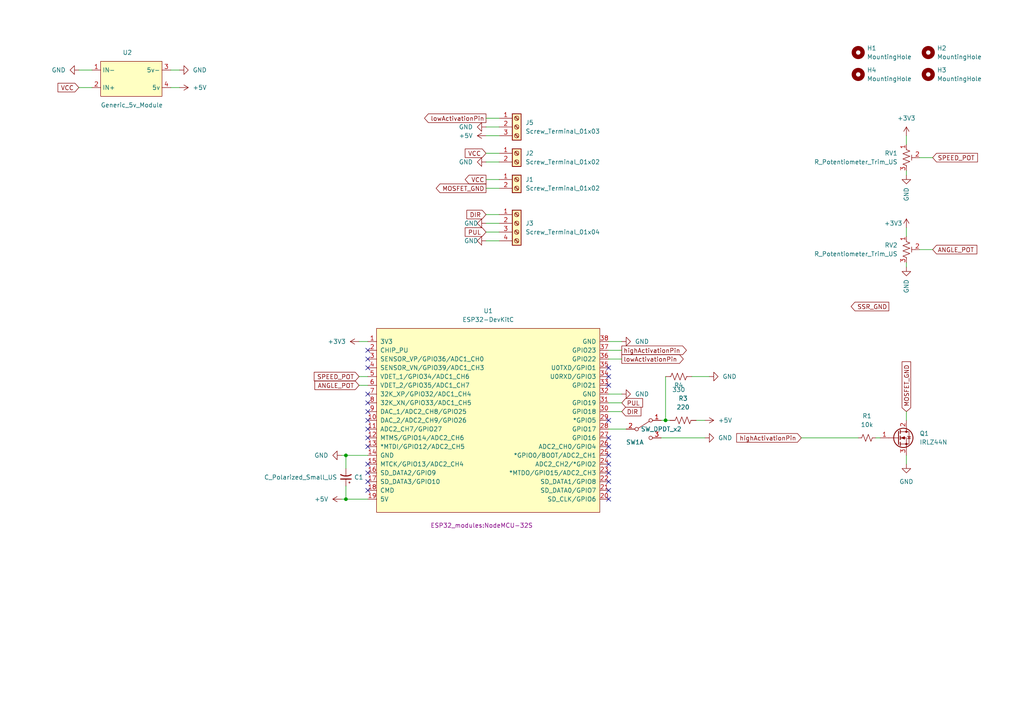
<source format=kicad_sch>
(kicad_sch (version 20211123) (generator eeschema)
  (paper "A4")
  (title_block (title "ESP32 Turning Target System") (date "2022-06-23") (rev "6") (company "Scott Dial") (comment 1 "Use in conjunction with Bullseye Match from the App Store."))
  (lib_symbols
    (symbol "Connector:Screw_Terminal_01x02" (pin_names (offset 1.016) hide)
      (property "Reference" "J" (at 0 2.54 0))
      (property "Value" "Screw_Terminal_01x02" (at 0 -5.08 0))
      (symbol "Screw_Terminal_01x02_1_1"
        (rectangle (start -1.27 1.27) (end 1.27 -3.81) (stroke (width 0.254)) (fill (type background)))
        (circle (center 0 -2.54) (radius 0.635) (stroke (width 0.1524)))
        (polyline (pts (xy -0.5334 -2.2098) (xy 0.3302 -3.048)) (stroke (width 0.1524)))
        (polyline (pts (xy -0.5334 0.3302) (xy 0.3302 -0.508)) (stroke (width 0.1524)))
        (polyline (pts (xy -0.3556 -2.032) (xy 0.508 -2.8702)) (stroke (width 0.1524)))
        (polyline (pts (xy -0.3556 0.508) (xy 0.508 -0.3302)) (stroke (width 0.1524)))
        (circle (center 0 0) (radius 0.635) (stroke (width 0.1524)))
        (pin passive line (at -5.08 0 0) (length 3.81) (name "Pin_1") (number "1"))
        (pin passive line (at -5.08 -2.54 0) (length 3.81) (name "Pin_2") (number "2"))
      )
    )
    (symbol "Connector:Screw_Terminal_01x03" (pin_names (offset 1.016) hide)
      (property "Reference" "J" (at 0 5.08 0))
      (property "Value" "Screw_Terminal_01x03" (at 0 -5.08 0))
      (symbol "Screw_Terminal_01x03_1_1"
        (rectangle (start -1.27 3.81) (end 1.27 -3.81) (stroke (width 0.254)) (fill (type background)))
        (circle (center 0 -2.54) (radius 0.635) (stroke (width 0.1524)))
        (polyline (pts (xy -0.5334 -2.2098) (xy 0.3302 -3.048)) (stroke (width 0.1524)))
        (polyline (pts (xy -0.5334 0.3302) (xy 0.3302 -0.508)) (stroke (width 0.1524)))
        (polyline (pts (xy -0.5334 2.8702) (xy 0.3302 2.032)) (stroke (width 0.1524)))
        (polyline (pts (xy -0.3556 -2.032) (xy 0.508 -2.8702)) (stroke (width 0.1524)))
        (polyline (pts (xy -0.3556 0.508) (xy 0.508 -0.3302)) (stroke (width 0.1524)))
        (polyline (pts (xy -0.3556 3.048) (xy 0.508 2.2098)) (stroke (width 0.1524)))
        (circle (center 0 0) (radius 0.635) (stroke (width 0.1524)))
        (circle (center 0 2.54) (radius 0.635) (stroke (width 0.1524)))
        (pin passive line (at -5.08 2.54 0) (length 3.81) (name "Pin_1") (number "1"))
        (pin passive line (at -5.08 0 0) (length 3.81) (name "Pin_2") (number "2"))
        (pin passive line (at -5.08 -2.54 0) (length 3.81) (name "Pin_3") (number "3"))
      )
    )
    (symbol "Connector:Screw_Terminal_01x04" (pin_names (offset 1.016) hide)
      (property "Reference" "J" (at 0 5.08 0))
      (property "Value" "Screw_Terminal_01x04" (at 0 -7.62 0))
      (symbol "Screw_Terminal_01x04_1_1"
        (rectangle (start -1.27 3.81) (end 1.27 -6.35) (stroke (width 0.254)) (fill (type background)))
        (circle (center 0 -5.08) (radius 0.635) (stroke (width 0.1524)))
        (circle (center 0 -2.54) (radius 0.635) (stroke (width 0.1524)))
        (polyline (pts (xy -0.5334 -4.7498) (xy 0.3302 -5.588)) (stroke (width 0.1524)))
        (polyline (pts (xy -0.5334 -2.2098) (xy 0.3302 -3.048)) (stroke (width 0.1524)))
        (polyline (pts (xy -0.5334 0.3302) (xy 0.3302 -0.508)) (stroke (width 0.1524)))
        (polyline (pts (xy -0.5334 2.8702) (xy 0.3302 2.032)) (stroke (width 0.1524)))
        (polyline (pts (xy -0.3556 -4.572) (xy 0.508 -5.4102)) (stroke (width 0.1524)))
        (polyline (pts (xy -0.3556 -2.032) (xy 0.508 -2.8702)) (stroke (width 0.1524)))
        (polyline (pts (xy -0.3556 0.508) (xy 0.508 -0.3302)) (stroke (width 0.1524)))
        (polyline (pts (xy -0.3556 3.048) (xy 0.508 2.2098)) (stroke (width 0.1524)))
        (circle (center 0 0) (radius 0.635) (stroke (width 0.1524)))
        (circle (center 0 2.54) (radius 0.635) (stroke (width 0.1524)))
        (pin passive line (at -5.08 2.54 0) (length 3.81) (name "Pin_1") (number "1"))
        (pin passive line (at -5.08 0 0) (length 3.81) (name "Pin_2") (number "2"))
        (pin passive line (at -5.08 -2.54 0) (length 3.81) (name "Pin_3") (number "3"))
        (pin passive line (at -5.08 -5.08 0) (length 3.81) (name "Pin_4") (number "4"))
      )
    )
    (symbol "Converter_DCDC:Generic_5v_Module"
      (property "Reference" "U" (at 0 -12.7 0))
      (property "Value" "Generic_5v_Module" (at 0 7.62 0))
      (symbol "Generic_5v_Module_0_1"
        (rectangle (start 0 0) (end 17.78 -10.16) (fill (type background)))
        (rectangle (start 2.54 -2.54) (end 2.54 -2.54))
      )
      (symbol "Generic_5v_Module_1_1"
        (pin input line (at -2.54 -2.54 0) (length 2.54) (name "IN-") (number "1"))
        (pin input line (at -2.54 -7.62 0) (length 2.54) (name "IN+") (number "2"))
        (pin output line (at 20.32 -2.54 180) (length 2.54) (name "5v-") (number "3"))
        (pin output line (at 20.32 -7.62 180) (length 2.54) (name "5v") (number "4"))
      )
    )
    (symbol "Device:C_Polarized_Small_US" (pin_numbers hide) (pin_names (offset 0.254) hide)
      (property "Reference" "C" (at 0.254 1.778 0))
      (property "Value" "C_Polarized_Small_US" (at 0.254 -2.032 0))
      (symbol "C_Polarized_Small_US_0_1"
        (polyline (pts (xy -1.524 0.508) (xy 1.524 0.508)) (stroke (width 0.3048)))
        (polyline (pts (xy -1.27 1.524) (xy -0.762 1.524)))
        (polyline (pts (xy -1.016 1.27) (xy -1.016 1.778)))
        (arc (start 1.524 -0.762) (mid 0 -0.3734) (end -1.524 -0.762) (stroke (width 0.3048)))
      )
      (symbol "C_Polarized_Small_US_1_1"
        (pin passive line (at 0 2.54 270) (length 2.032) (name "~") (number "1"))
        (pin passive line (at 0 -2.54 90) (length 2.032) (name "~") (number "2"))
      )
    )
    (symbol "Device:R_Potentiometer_Trim_US" (pin_names (offset 1.016) hide)
      (property "Reference" "RV" (at -4.445 0 90))
      (property "Value" "R_Potentiometer_Trim_US" (at -2.54 0 90))
      (symbol "R_Potentiometer_Trim_US_0_1"
        (polyline (pts (xy 0 -2.286) (xy 0 -2.54)))
        (polyline (pts (xy 0 2.286) (xy 0 2.54)))
        (polyline (pts (xy 1.524 0.762) (xy 1.524 -0.762)))
        (polyline (pts (xy 2.54 0) (xy 1.524 0)))
        (polyline (pts (xy 0 -0.762) (xy 1.016 -1.143) (xy 0 -1.524) (xy -1.016 -1.905) (xy 0 -2.286)))
        (polyline (pts (xy 0 0.762) (xy 1.016 0.381) (xy 0 0) (xy -1.016 -0.381) (xy 0 -0.762)))
        (polyline (pts (xy 0 2.286) (xy 1.016 1.905) (xy 0 1.524) (xy -1.016 1.143) (xy 0 0.762)))
      )
      (symbol "R_Potentiometer_Trim_US_1_1"
        (pin passive line (at 0 3.81 270) (length 1.27) (name "1") (number "1"))
        (pin passive line (at 3.81 0 180) (length 1.27) (name "2") (number "2"))
        (pin passive line (at 0 -3.81 90) (length 1.27) (name "3") (number "3"))
      )
    )
    (symbol "Device:R_Small_US" (pin_numbers hide) (pin_names (offset 0.254) hide)
      (property "Reference" "R" (at 0.762 0.508 0))
      (property "Value" "R_Small_US" (at 0.762 -1.016 0))
      (symbol "R_Small_US_1_1"
        (polyline (pts (xy 0 0) (xy 1.016 -0.381) (xy 0 -0.762) (xy -1.016 -1.143) (xy 0 -1.524)))
        (polyline (pts (xy 0 1.524) (xy 1.016 1.143) (xy 0 0.762) (xy -1.016 0.381) (xy 0 0)))
        (pin passive line (at 0 2.54 270) (length 1.016) (name "~") (number "1"))
        (pin passive line (at 0 -2.54 90) (length 1.016) (name "~") (number "2"))
      )
    )
    (symbol "Device:R_US" (pin_numbers hide) (pin_names (offset 0))
      (property "Reference" "R" (at 2.54 0 90))
      (property "Value" "R_US" (at -2.54 0 90))
      (symbol "R_US_0_1"
        (polyline (pts (xy 0 -2.286) (xy 0 -2.54)))
        (polyline (pts (xy 0 2.286) (xy 0 2.54)))
        (polyline (pts (xy 0 -0.762) (xy 1.016 -1.143) (xy 0 -1.524) (xy -1.016 -1.905) (xy 0 -2.286)))
        (polyline (pts (xy 0 0.762) (xy 1.016 0.381) (xy 0 0) (xy -1.016 -0.381) (xy 0 -0.762)))
        (polyline (pts (xy 0 2.286) (xy 1.016 1.905) (xy 0 1.524) (xy -1.016 1.143) (xy 0 0.762)))
      )
      (symbol "R_US_1_1"
        (pin passive line (at 0 3.81 270) (length 1.27) (name "~") (number "1"))
        (pin passive line (at 0 -3.81 90) (length 1.27) (name "~") (number "2"))
      )
    )
    (symbol "Espressif:ESP32-DevKitC" (pin_names (offset 1.016))
      (property "Reference" "U" (at -8.89 26.67 0))
      (property "Value" "ESP32-DevKitC" (at 0 -29.21 0))
      (symbol "ESP32-DevKitC_0_0"
        (pin power_in line (at -33.02 -11.43 0) (length 2.54) (name "GND") (number "14"))
        (pin power_in line (at -33.02 -24.13 0) (length 2.54) (name "5V") (number "19"))
      )
      (symbol "ESP32-DevKitC_0_1"
        (rectangle (start -30.48 25.4) (end 34.29 -27.94) (fill (type background)))
      )
      (symbol "ESP32-DevKitC_1_1"
        (pin power_in line (at -33.02 21.59 0) (length 2.54) (name "3V3") (number "1"))
        (pin bidirectional line (at -33.02 -1.27 0) (length 2.54) (name "DAC_2/ADC2_CH9/GPIO26") (number "10"))
        (pin bidirectional line (at -33.02 -3.81 0) (length 2.54) (name "ADC2_CH7/GPIO27") (number "11"))
        (pin bidirectional line (at -33.02 -6.35 0) (length 2.54) (name "MTMS/GPIO14/ADC2_CH6") (number "12"))
        (pin bidirectional line (at -33.02 -8.89 0) (length 2.54) (name "*MTDI/GPIO12/ADC2_CH5") (number "13"))
        (pin bidirectional line (at -33.02 -13.97 0) (length 2.54) (name "MTCK/GPIO13/ADC2_CH4") (number "15"))
        (pin bidirectional line (at -33.02 -16.51 0) (length 2.54) (name "SD_DATA2/GPIO9") (number "16"))
        (pin bidirectional line (at -33.02 -19.05 0) (length 2.54) (name "SD_DATA3/GPIO10") (number "17"))
        (pin bidirectional line (at -33.02 -21.59 0) (length 2.54) (name "CMD") (number "18"))
        (pin input line (at -33.02 19.05 0) (length 2.54) (name "CHIP_PU") (number "2"))
        (pin bidirectional line (at 36.83 -24.13 180) (length 2.54) (name "SD_CLK/GPIO6") (number "20"))
        (pin bidirectional line (at 36.83 -21.59 180) (length 2.54) (name "SD_DATA0/GPIO7") (number "21"))
        (pin bidirectional line (at 36.83 -19.05 180) (length 2.54) (name "SD_DATA1/GPIO8") (number "22"))
        (pin bidirectional line (at 36.83 -16.51 180) (length 2.54) (name "*MTDO/GPIO15/ADC2_CH3") (number "23"))
        (pin bidirectional line (at 36.83 -13.97 180) (length 2.54) (name "ADC2_CH2/*GPIO2") (number "24"))
        (pin bidirectional line (at 36.83 -11.43 180) (length 2.54) (name "*GPIO0/BOOT/ADC2_CH1") (number "25"))
        (pin bidirectional line (at 36.83 -8.89 180) (length 2.54) (name "ADC2_CH0/GPIO4") (number "26"))
        (pin bidirectional line (at 36.83 -6.35 180) (length 2.54) (name "GPIO16") (number "27"))
        (pin bidirectional line (at 36.83 -3.81 180) (length 2.54) (name "GPIO17") (number "28"))
        (pin bidirectional line (at 36.83 -1.27 180) (length 2.54) (name "*GPIO5") (number "29"))
        (pin input line (at -33.02 16.51 0) (length 2.54) (name "SENSOR_VP/GPIO36/ADC1_CH0") (number "3"))
        (pin bidirectional line (at 36.83 1.27 180) (length 2.54) (name "GPIO18") (number "30"))
        (pin bidirectional line (at 36.83 3.81 180) (length 2.54) (name "GPIO19") (number "31"))
        (pin power_in line (at 36.83 6.35 180) (length 2.54) (name "GND") (number "32"))
        (pin bidirectional line (at 36.83 8.89 180) (length 2.54) (name "GPIO21") (number "33"))
        (pin bidirectional line (at 36.83 11.43 180) (length 2.54) (name "U0RXD/GPIO3") (number "34"))
        (pin bidirectional line (at 36.83 13.97 180) (length 2.54) (name "U0TXD/GPIO1") (number "35"))
        (pin bidirectional line (at 36.83 16.51 180) (length 2.54) (name "GPIO22") (number "36"))
        (pin bidirectional line (at 36.83 19.05 180) (length 2.54) (name "GPIO23") (number "37"))
        (pin power_in line (at 36.83 21.59 180) (length 2.54) (name "GND") (number "38"))
        (pin input line (at -33.02 13.97 0) (length 2.54) (name "SENSOR_VN/GPIO39/ADC1_CH3") (number "4"))
        (pin input line (at -33.02 11.43 0) (length 2.54) (name "VDET_1/GPIO34/ADC1_CH6") (number "5"))
        (pin input line (at -33.02 8.89 0) (length 2.54) (name "VDET_2/GPIO35/ADC1_CH7") (number "6"))
        (pin bidirectional line (at -33.02 6.35 0) (length 2.54) (name "32K_XP/GPIO32/ADC1_CH4") (number "7"))
        (pin bidirectional line (at -33.02 3.81 0) (length 2.54) (name "32K_XN/GPIO33/ADC1_CH5") (number "8"))
        (pin bidirectional line (at -33.02 1.27 0) (length 2.54) (name "DAC_1/ADC2_CH8/GPIO25") (number "9"))
      )
    )
    (symbol "Mechanical:MountingHole" (pin_names (offset 1.016))
      (property "Reference" "H" (at 0 5.08 0))
      (property "Value" "MountingHole" (at 0 3.175 0))
      (symbol "MountingHole_0_1"
        (circle (center 0 0) (radius 1.27) (stroke (width 1.27)))
      )
    )
    (symbol "Switch:SW_DPDT_x2" (pin_names (offset 0) hide)
      (property "Reference" "SW" (at 0 4.318 0))
      (property "Value" "SW_DPDT_x2" (at 0 -5.08 0))
      (symbol "SW_DPDT_x2_0_0"
        (circle (center -2.032 0) (radius 0.508))
        (circle (center 2.032 -2.54) (radius 0.508))
      )
      (symbol "SW_DPDT_x2_0_1"
        (polyline (pts (xy -1.524 0.254) (xy 1.651 2.286)))
        (circle (center 2.032 2.54) (radius 0.508))
      )
      (symbol "SW_DPDT_x2_1_1"
        (pin passive line (at 5.08 2.54 180) (length 2.54) (name "A") (number "1"))
        (pin passive line (at -5.08 0 0) (length 2.54) (name "B") (number "2"))
        (pin passive line (at 5.08 -2.54 180) (length 2.54) (name "C") (number "3"))
      )
      (symbol "SW_DPDT_x2_2_1"
        (pin passive line (at 5.08 2.54 180) (length 2.54) (name "A") (number "4"))
        (pin passive line (at -5.08 0 0) (length 2.54) (name "B") (number "5"))
        (pin passive line (at 5.08 -2.54 180) (length 2.54) (name "C") (number "6"))
      )
    )
    (symbol "Transistor_FET:IRLZ44N" (pin_names hide)
      (property "Reference" "Q" (at 6.35 1.905 0))
      (property "Value" "IRLZ44N" (at 6.35 0 0))
      (symbol "IRLZ44N_0_1"
        (polyline (pts (xy 0.254 0) (xy -2.54 0)))
        (polyline (pts (xy 0.254 1.905) (xy 0.254 -1.905)) (stroke (width 0.254)))
        (polyline (pts (xy 0.762 -1.27) (xy 0.762 -2.286)) (stroke (width 0.254)))
        (polyline (pts (xy 0.762 0.508) (xy 0.762 -0.508)) (stroke (width 0.254)))
        (polyline (pts (xy 0.762 2.286) (xy 0.762 1.27)) (stroke (width 0.254)))
        (polyline (pts (xy 2.54 2.54) (xy 2.54 1.778)))
        (polyline (pts (xy 2.54 -2.54) (xy 2.54 0) (xy 0.762 0)))
        (polyline (pts (xy 0.762 -1.778) (xy 3.302 -1.778) (xy 3.302 1.778) (xy 0.762 1.778)))
        (polyline (pts (xy 1.016 0) (xy 2.032 0.381) (xy 2.032 -0.381) (xy 1.016 0)) (fill (type outline)))
        (polyline (pts (xy 2.794 0.508) (xy 2.921 0.381) (xy 3.683 0.381) (xy 3.81 0.254)))
        (polyline (pts (xy 3.302 0.381) (xy 2.921 -0.254) (xy 3.683 -0.254) (xy 3.302 0.381)))
        (circle (center 1.651 0) (radius 2.794) (stroke (width 0.254)))
        (circle (center 2.54 -1.778) (radius 0.254) (fill (type outline)))
        (circle (center 2.54 1.778) (radius 0.254) (fill (type outline)))
      )
      (symbol "IRLZ44N_1_1"
        (pin input line (at -5.08 0 0) (length 2.54) (name "G") (number "1"))
        (pin passive line (at 2.54 5.08 270) (length 2.54) (name "D") (number "2"))
        (pin passive line (at 2.54 -5.08 90) (length 2.54) (name "S") (number "3"))
      )
    )
    (symbol "power:+3.3V" (power) (pin_names (offset 0))
      (property "Value" "+3.3V" (at 0 3.556 0))
      (symbol "+3.3V_0_1"
        (polyline (pts (xy -0.762 1.27) (xy 0 2.54)))
        (polyline (pts (xy 0 0) (xy 0 2.54)))
        (polyline (pts (xy 0 2.54) (xy 0.762 1.27)))
      )
      (symbol "+3.3V_1_1"
        (pin power_in line (at 0 0 90) (length 0) hide (name "+3V3") (number "1"))
      )
    )
    (symbol "power:+5V" (power) (pin_names (offset 0))
      (property "Value" "+5V" (at 0 3.556 0))
      (symbol "+5V_0_1"
        (polyline (pts (xy -0.762 1.27) (xy 0 2.54)))
        (polyline (pts (xy 0 0) (xy 0 2.54)))
        (polyline (pts (xy 0 2.54) (xy 0.762 1.27)))
      )
      (symbol "+5V_1_1"
        (pin power_in line (at 0 0 90) (length 0) hide (name "+5V") (number "1"))
      )
    )
    (symbol "power:GND" (power) (pin_names (offset 0))
      (property "Value" "GND" (at 0 -3.81 0))
      (symbol "GND_0_1"
        (polyline (pts (xy 0 0) (xy 0 -1.27) (xy 1.27 -1.27) (xy 0 -2.54) (xy -1.27 -1.27) (xy 0 -1.27)))
      )
      (symbol "GND_1_1"
        (pin power_in line (at 0 0 270) (length 0) hide (name "GND") (number "1"))
      )
    )
  )
  (junction (at 193.04 121.92))
  (junction (at 100.33 144.78))
  (junction (at 100.33 132.08))
  (no_connect (at 106.68 129.54))
  (no_connect (at 106.68 142.24))
  (no_connect (at 106.68 139.7))
  (no_connect (at 106.68 137.16))
  (no_connect (at 106.68 134.62))
  (no_connect (at 106.68 127))
  (no_connect (at 106.68 124.46))
  (no_connect (at 106.68 121.92))
  (no_connect (at 106.68 119.38))
  (no_connect (at 106.68 116.84))
  (no_connect (at 106.68 114.3))
  (no_connect (at 106.68 106.68))
  (no_connect (at 106.68 104.14))
  (no_connect (at 106.68 101.6))
  (no_connect (at 176.53 144.78))
  (no_connect (at 176.53 106.68))
  (no_connect (at 176.53 109.22))
  (no_connect (at 176.53 111.76))
  (no_connect (at 176.53 142.24))
  (no_connect (at 176.53 121.92))
  (no_connect (at 176.53 127))
  (no_connect (at 176.53 129.54))
  (no_connect (at 176.53 132.08))
  (no_connect (at 176.53 134.62))
  (no_connect (at 176.53 137.16))
  (no_connect (at 176.53 139.7))
  (wire (pts (xy 262.89 66.04) (xy 262.89 68.58)))
  (wire (pts (xy 140.97 36.83) (xy 144.78 36.83)))
  (wire (pts (xy 176.53 101.6) (xy 180.34 101.6)))
  (wire (pts (xy 49.53 20.32) (xy 52.07 20.32)))
  (wire (pts (xy 176.53 114.3) (xy 180.34 114.3)))
  (wire (pts (xy 201.93 121.92) (xy 204.47 121.92)))
  (wire (pts (xy 232.41 127) (xy 248.92 127)))
  (wire (pts (xy 99.06 132.08) (xy 100.33 132.08)))
  (wire (pts (xy 100.33 132.08) (xy 106.68 132.08)))
  (wire (pts (xy 191.77 121.92) (xy 193.04 121.92)))
  (wire (pts (xy 22.86 25.4) (xy 26.67 25.4)))
  (wire (pts (xy 100.33 132.08) (xy 100.33 135.89)))
  (wire (pts (xy 140.97 52.07) (xy 144.78 52.07)))
  (wire (pts (xy 100.33 140.97) (xy 100.33 144.78)))
  (wire (pts (xy 140.97 67.31) (xy 144.78 67.31)))
  (wire (pts (xy 140.97 46.99) (xy 144.78 46.99)))
  (wire (pts (xy 140.97 44.45) (xy 144.78 44.45)))
  (wire (pts (xy 193.04 121.92) (xy 194.31 121.92)))
  (wire (pts (xy 140.97 34.29) (xy 144.78 34.29)))
  (wire (pts (xy 262.89 76.2) (xy 262.89 77.47)))
  (wire (pts (xy 104.14 111.76) (xy 106.68 111.76)))
  (wire (pts (xy 140.97 64.77) (xy 144.78 64.77)))
  (wire (pts (xy 200.66 109.22) (xy 205.74 109.22)))
  (wire (pts (xy 270.51 72.39) (xy 266.7 72.39)))
  (wire (pts (xy 140.97 69.85) (xy 144.78 69.85)))
  (wire (pts (xy 99.06 144.78) (xy 100.33 144.78)))
  (wire (pts (xy 262.89 39.37) (xy 262.89 41.91)))
  (wire (pts (xy 140.97 62.23) (xy 144.78 62.23)))
  (wire (pts (xy 176.53 104.14) (xy 180.34 104.14)))
  (wire (pts (xy 266.7 45.72) (xy 270.51 45.72)))
  (wire (pts (xy 254 127) (xy 255.27 127)))
  (wire (pts (xy 176.53 99.06) (xy 180.34 99.06)))
  (wire (pts (xy 100.33 144.78) (xy 106.68 144.78)))
  (wire (pts (xy 191.77 127) (xy 204.47 127)))
  (wire (pts (xy 49.53 25.4) (xy 52.07 25.4)))
  (wire (pts (xy 262.89 132.08) (xy 262.89 134.62)))
  (wire (pts (xy 262.89 49.53) (xy 262.89 50.8)))
  (wire (pts (xy 262.89 121.92) (xy 262.89 119.38)))
  (wire (pts (xy 22.86 20.32) (xy 26.67 20.32)))
  (wire (pts (xy 193.04 109.22) (xy 193.04 121.92)))
  (wire (pts (xy 104.14 99.06) (xy 106.68 99.06)))
  (wire (pts (xy 104.14 109.22) (xy 106.68 109.22)))
  (wire (pts (xy 176.53 124.46) (xy 181.61 124.46)))
  (wire (pts (xy 176.53 116.84) (xy 180.34 116.84)))
  (wire (pts (xy 144.78 39.37) (xy 140.97 39.37)))
  (wire (pts (xy 176.53 119.38) (xy 180.34 119.38)))
  (wire (pts (xy 140.97 54.61) (xy 144.78 54.61)))
  (global_label "ANGLE_POT" (shape input) (at 104.14 111.76 180) (property "Intersheet References" "${INTERSHEET_REFS}" (effects hide)))
  (global_label "lowActivationPin" (shape output) (at 140.97 34.29 180) (property "Intersheet References" "${INTERSHEET_REFS}" (effects hide)))
  (global_label "DIR" (shape input) (at 180.34 119.38 0) (property "Intersheet References" "${INTERSHEET_REFS}" (effects hide)))
  (global_label "VCC" (shape input) (at 140.97 44.45 180) (property "Intersheet References" "${INTERSHEET_REFS}" (effects hide)))
  (global_label "ANGLE_POT" (shape input) (at 270.51 72.39 0) (property "Intersheet References" "${INTERSHEET_REFS}" (effects hide)))
  (global_label "PUL" (shape input) (at 140.97 67.31 180) (property "Intersheet References" "${INTERSHEET_REFS}" (effects hide)))
  (global_label "highActivationPin" (shape output) (at 180.34 101.6 0) (property "Intersheet References" "${INTERSHEET_REFS}" (effects hide)))
  (global_label "highActivationPin" (shape input) (at 232.41 127 180) (property "Intersheet References" "${INTERSHEET_REFS}" (effects hide)))
  (global_label "SPEED_POT" (shape input) (at 270.51 45.72 0) (property "Intersheet References" "${INTERSHEET_REFS}" (effects hide)))
  (global_label "VCC" (shape input) (at 22.86 25.4 180) (property "Intersheet References" "${INTERSHEET_REFS}" (effects hide)))
  (global_label "SPEED_POT" (shape input) (at 104.14 109.22 180) (property "Intersheet References" "${INTERSHEET_REFS}" (effects hide)))
  (global_label "VCC" (shape output) (at 140.97 52.07 180) (property "Intersheet References" "${INTERSHEET_REFS}" (effects hide)))
  (global_label "DIR" (shape input) (at 140.97 62.23 180) (property "Intersheet References" "${INTERSHEET_REFS}" (effects hide)))
  (global_label "lowActivationPin" (shape output) (at 180.34 104.14 0) (property "Intersheet References" "${INTERSHEET_REFS}" (effects hide)))
  (global_label "MOSFET_GND" (shape output) (at 140.97 54.61 180) (property "Intersheet References" "${INTERSHEET_REFS}" (effects hide)))
  (global_label "PUL" (shape input) (at 180.34 116.84 0) (property "Intersheet References" "${INTERSHEET_REFS}" (effects hide)))
  (global_label "MOSFET_GND" (shape input) (at 262.89 119.38 90) (property "Intersheet References" "${INTERSHEET_REFS}" (effects hide)))
  (global_label "SSR_GND" (shape output) (at 257.81 88.9 180) (property "Intersheet References" "${INTERSHEET_REFS}" (effects hide)))
  (symbol (lib_id "power:GND") (at 22.86 20.32 270) (unit 1)
    (property "Reference" "#PWR06" (effects hide))
    (property "Value" "GND" (at 19.05 20.3199 90) (effects (justify right)))
  )
  (symbol (lib_id "Device:R_Potentiometer_Trim_US") (at 262.89 45.72 0) (unit 1)
    (property "Reference" "RV1" (at 260.35 44.4499 0) (effects (justify right)))
    (property "Value" "R_Potentiometer_Trim_US" (at 260.35 46.9899 0) (effects (justify right)))
    (property "Footprint" "Potentiometer_THT:Potentiometer_Bourns_3339P_Vertical" (effects hide))
  )
  (symbol (lib_id "power:GND") (at 140.97 69.85 270) (mirror x) (unit 1)
    (property "Reference" "#PWR0105" (effects hide))
    (property "Value" "GND" (at 134.62 69.85 90) (effects (justify left)))
  )
  (symbol (lib_id "power:GND") (at 140.97 36.83 270) (unit 1)
    (property "Reference" "#PWR0101" (effects hide))
    (property "Value" "GND" (at 137.16 36.8299 90) (effects (justify right)))
  )
  (symbol (lib_id "Switch:SW_DPDT_x2") (at 186.69 124.46 0) (unit 1)
    (property "Reference" "SW1" (at 184.15 128.27 0))
    (property "Value" "SW_DPDT_x2" (at 191.77 124.46 0))
    (property "Footprint" "Connector_PinHeader_2.54mm:PinHeader_1x03_P2.54mm_Vertical" (effects hide))
  )
  (symbol (lib_id "Device:R_US") (at 198.12 121.92 270) (unit 1)
    (property "Reference" "R3" (at 198.12 115.57 90))
    (property "Value" "220" (at 198.12 118.11 90))
    (property "Footprint" "Resistor_THT:R_Axial_DIN0207_L6.3mm_D2.5mm_P10.16mm_Horizontal" (effects hide))
  )
  (symbol (lib_id "power:GND") (at 262.89 134.62 0) (unit 1)
    (property "Reference" "#PWR02" (effects hide))
    (property "Value" "GND" (at 262.89 139.7 0))
  )
  (symbol (lib_id "power:GND") (at 52.07 20.32 90) (unit 1)
    (property "Reference" "#PWR08" (effects hide))
    (property "Value" "GND" (at 55.88 20.3199 90) (effects (justify right)))
  )
  (symbol (lib_id "power:GND") (at 205.74 109.22 90) (unit 1)
    (property "Reference" "#PWR01" (effects hide))
    (property "Value" "GND" (at 209.55 109.2199 90) (effects (justify right)))
  )
  (symbol (lib_id "power:GND") (at 262.89 50.8 0) (mirror y) (unit 1)
    (property "Reference" "#PWR010" (effects hide))
    (property "Value" "GND" (at 262.89 58.42 90) (effects (justify left)))
  )
  (symbol (lib_id "Device:C_Polarized_Small_US") (at 100.33 138.43 180) (unit 1)
    (property "Reference" "C1" (at 105.41 138.43 0) (effects (justify left)))
    (property "Value" "C_Polarized_Small_US" (at 97.79 138.43 0) (effects (justify left)))
    (property "Footprint" "Capacitor_THT:CP_Radial_D8.0mm_P3.80mm" (effects hide))
  )
  (symbol (lib_id "power:+5V") (at 140.97 39.37 90) (unit 1)
    (property "Reference" "#PWR0102" (effects hide))
    (property "Value" "+5V" (at 137.16 39.3699 90) (effects (justify left)))
  )
  (symbol (lib_id "Transistor_FET:IRLZ44N") (at 260.35 127 0) (unit 1)
    (property "Reference" "Q1" (at 266.7 125.7299 0) (effects (justify left)))
    (property "Value" "IRLZ44N" (at 266.7 128.2699 0) (effects (justify left)))
    (property "Footprint" "Package_TO_SOT_THT:TO-220-3_Vertical" (effects hide))
    (property "Datasheet" "http://www.irf.com/product-info/datasheets/data/irlz44n.pdf" (effects hide))
  )
  (symbol (lib_id "Mechanical:MountingHole") (at 248.92 15.24 0) (unit 1)
    (property "Reference" "H1" (at 251.46 13.9699 0) (effects (justify left)))
    (property "Value" "MountingHole" (at 251.46 16.5099 0) (effects (justify left)))
    (property "Footprint" "MountingHole:MountingHole_3.2mm_M3" (effects hide))
  )
  (symbol (lib_id "power:+3.3V") (at 262.89 39.37 0) (unit 1)
    (property "Reference" "#PWR0111" (effects hide))
    (property "Value" "+3.3V" (at 262.89 34.29 0))
  )
  (symbol (lib_id "power:+3.3V") (at 262.89 66.04 0) (unit 1)
    (property "Reference" "#PWR0113" (effects hide))
    (property "Value" "+3.3V" (at 259.08 64.77 0))
  )
  (symbol (lib_id "Mechanical:MountingHole") (at 248.92 21.59 0) (unit 1)
    (property "Reference" "H4" (at 251.46 20.3199 0) (effects (justify left)))
    (property "Value" "MountingHole" (at 251.46 22.8599 0) (effects (justify left)))
    (property "Footprint" "MountingHole:MountingHole_3.2mm_M3" (effects hide))
  )
  (symbol (lib_id "Connector:Screw_Terminal_01x03") (at 149.86 36.83 0) (unit 1)
    (property "Reference" "J5" (at 152.4 35.5599 0) (effects (justify left)))
    (property "Value" "Screw_Terminal_01x03" (at 152.4 38.0999 0) (effects (justify left)))
    (property "Footprint" "TerminalBlock:TerminalBlock_bornier-3_P5.08mm" (effects hide))
  )
  (symbol (lib_id "power:GND") (at 140.97 46.99 270) (unit 1)
    (property "Reference" "#PWR09" (effects hide))
    (property "Value" "GND" (at 137.16 46.9899 90) (effects (justify right)))
  )
  (symbol (lib_id "power:GND") (at 99.06 132.08 270) (unit 1)
    (property "Reference" "#PWR0108" (effects hide))
    (property "Value" "GND" (at 95.25 132.0799 90) (effects (justify right)))
  )
  (symbol (lib_id "Mechanical:MountingHole") (at 269.24 21.59 0) (unit 1)
    (property "Reference" "H3" (at 271.78 20.3199 0) (effects (justify left)))
    (property "Value" "MountingHole" (at 271.78 22.8599 0) (effects (justify left)))
    (property "Footprint" "MountingHole:MountingHole_3.2mm_M3" (effects hide))
  )
  (symbol (lib_id "power:GND") (at 180.34 99.06 90) (unit 1)
    (property "Reference" "#PWR0107" (effects hide))
    (property "Value" "GND" (at 184.15 99.0599 90) (effects (justify right)))
  )
  (symbol (lib_id "power:+3.3V") (at 104.14 99.06 90) (unit 1)
    (property "Reference" "#PWR0110" (effects hide))
    (property "Value" "+3.3V" (at 100.33 99.0599 90) (effects (justify left)))
  )
  (symbol (lib_id "power:GND") (at 140.97 64.77 270) (mirror x) (unit 1)
    (property "Reference" "#PWR0104" (effects hide))
    (property "Value" "GND" (at 134.62 64.77 90) (effects (justify left)))
  )
  (symbol (lib_id "Espressif:ESP32-DevKitC") (at 139.7 120.65 0) (unit 1)
    (property "Reference" "U1" (at 141.605 90.17 0))
    (property "Value" "ESP32-DevKitC" (at 141.605 92.71 0))
    (property "Footprint" "ESP32_modules:NodeMCU-32S" (at 139.7 152.4 0))
    (property "Datasheet" "https://docs.espressif.com/projects/esp-idf/zh_CN/latest/esp32/hw-reference/esp32/get-started-devkitc.html" (effects hide))
  )
  (symbol (lib_id "Device:R_Potentiometer_Trim_US") (at 262.89 72.39 0) (unit 1)
    (property "Reference" "RV2" (at 260.35 71.1199 0) (effects (justify right)))
    (property "Value" "R_Potentiometer_Trim_US" (at 260.35 73.6599 0) (effects (justify right)))
    (property "Footprint" "Potentiometer_THT:Potentiometer_Bourns_3339P_Vertical" (effects hide))
  )
  (symbol (lib_id "power:+5V") (at 99.06 144.78 90) (unit 1)
    (property "Reference" "#PWR0103" (effects hide))
    (property "Value" "+5V" (at 95.25 144.7799 90) (effects (justify left)))
  )
  (symbol (lib_id "Converter_DCDC:Generic_5v_Module") (at 29.21 17.78 0) (unit 1)
    (property "Reference" "U2" (at 35.56 15.2399 0) (effects (justify left)))
    (property "Value" "Generic_5v_Module" (at 29.21 30.48 0) (effects (justify left)))
    (property "Footprint" "Converter_DCDC:DCDC_Generic-5v" (effects hide))
  )
  (symbol (lib_id "power:+5V") (at 52.07 25.4 270) (unit 1)
    (property "Reference" "#PWR07" (effects hide))
    (property "Value" "+5V" (at 55.88 25.3999 90) (effects (justify left)))
  )
  (symbol (lib_id "power:GND") (at 204.47 127 90) (unit 1)
    (property "Reference" "#PWR03" (effects hide))
    (property "Value" "GND" (at 208.28 126.9999 90) (effects (justify right)))
  )
  (symbol (lib_id "power:GND") (at 180.34 114.3 90) (unit 1)
    (property "Reference" "#PWR0106" (effects hide))
    (property "Value" "GND" (at 184.15 114.2999 90) (effects (justify right)))
  )
  (symbol (lib_id "Connector:Screw_Terminal_01x02") (at 149.86 52.07 0) (unit 1)
    (property "Reference" "J1" (at 152.4 52.0699 0) (effects (justify left)))
    (property "Value" "Screw_Terminal_01x02" (at 152.4 54.6099 0) (effects (justify left)))
    (property "Footprint" "TerminalBlock:TerminalBlock_bornier-2_P5.08mm" (effects hide))
  )
  (symbol (lib_id "Connector:Screw_Terminal_01x04") (at 149.86 64.77 0) (unit 1)
    (property "Reference" "J3" (at 152.4 64.7699 0) (effects (justify left)))
    (property "Value" "Screw_Terminal_01x04" (at 152.4 67.3099 0) (effects (justify left)))
    (property "Footprint" "TerminalBlock:TerminalBlock_bornier-4_P5.08mm" (effects hide))
  )
  (symbol (lib_id "power:+5V") (at 204.47 121.92 270) (unit 1)
    (property "Reference" "#PWR0109" (effects hide))
    (property "Value" "+5V" (at 208.28 121.9199 90) (effects (justify left)))
  )
  (symbol (lib_id "Mechanical:MountingHole") (at 269.24 15.24 0) (unit 1)
    (property "Reference" "H2" (at 271.78 13.9699 0) (effects (justify left)))
    (property "Value" "MountingHole" (at 271.78 16.5099 0) (effects (justify left)))
    (property "Footprint" "MountingHole:MountingHole_3.2mm_M3" (effects hide))
  )
  (symbol (lib_id "Connector:Screw_Terminal_01x02") (at 149.86 44.45 0) (unit 1)
    (property "Reference" "J2" (at 152.4 44.4499 0) (effects (justify left)))
    (property "Value" "Screw_Terminal_01x02" (at 152.4 46.9899 0) (effects (justify left)))
    (property "Footprint" "TerminalBlock:TerminalBlock_bornier-2_P5.08mm" (effects hide))
  )
  (symbol (lib_id "Device:R_Small_US") (at 251.46 127 90) (unit 1)
    (property "Reference" "R1" (at 251.46 120.65 90))
    (property "Value" "10k" (at 251.46 123.19 90))
    (property "Footprint" "Resistor_THT:R_Axial_DIN0207_L6.3mm_D2.5mm_P10.16mm_Horizontal" (effects hide))
  )
  (symbol (lib_id "power:GND") (at 262.89 77.47 0) (mirror y) (unit 1)
    (property "Reference" "#PWR0112" (effects hide))
    (property "Value" "GND" (at 262.89 85.09 90) (effects (justify left)))
  )
  (symbol (lib_id "Device:R_US") (at 196.85 109.22 90) (unit 1)
    (property "Reference" "R4" (at 196.85 111.76 90))
    (property "Value" "330" (at 196.85 113.03 90))
    (property "Footprint" "Resistor_THT:R_Axial_DIN0207_L6.3mm_D2.5mm_P10.16mm_Horizontal" (effects hide))
  )
)
</source>
